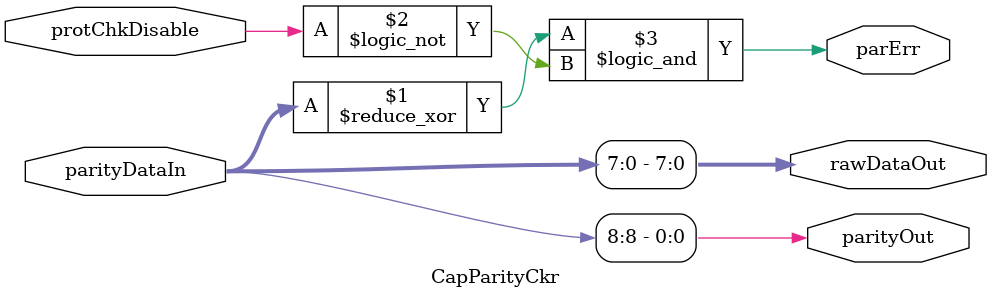
<source format=v>


`timescale 1ns / 1ns

module CapParityCkr
   #(parameter WIDTH =8
     )
   ( 
    input  wire  [WIDTH:0]                        parityDataIn,
    input  wire                                   protChkDisable,
    output wire  [WIDTH-1:0]                      rawDataOut,
    output wire  [0:0]                            parityOut,
    output wire                                   parErr
     

     );

`ifdef CAP_PARITY_GLOBAL_BYPASS
   
   assign parErr      = 1'b0;
   assign parityOut   = 1'b0;

`else

   assign parErr      = (^parityDataIn) && (!protChkDisable);
   assign parityOut   = parityDataIn[WIDTH];

`endif

   assign rawDataOut  = parityDataIn[WIDTH-1:0];
   
endmodule // CapEccCkr

//
//$Log: CapParityCkr.v,v $
//Revision 1.1  2013/01/31 03:10:12  abhasin2
//Adding files to dglobal used for memory instantiation in cray
//
//Revision 4.1  2012/03/13 22:25:42  rvish
//initial checkin for dopplerd with name changes. 4 tests fail in commit_regress - JtagDeviceIdJtagChipVTest, commitRtsCsmTestArray, PuzzleCoreEmulFlistTest and PlcResolutionBasicPlcTest
//
//Revision 4.0  2012/03/11 07:02:42  glambida
//Incrementing revision to 4.0
//
//Revision 3.1  2011/01/13 21:00:48  abbanerj
//global replace of doppler with dopplerd
//
//Revision 3.0  2011/01/13 19:53:21  abbanerj
//initial checkin for dopplerdcs.  start from version 3.0
//
//Revision 1.3  2009/03/05 17:38:54  olicht
//IZ#2948: cosim performance :add hooks to eliminate parity,ecc,elam inside cap wrappers
//
//Revision 1.2  2008/05/08 03:59:40  sanam
//Added Protection Check Disable
//
//Revision 1.1  2008/03/25 04:53:57  sanam
//Initial Check in For CAP Wrappers
//
//

</source>
